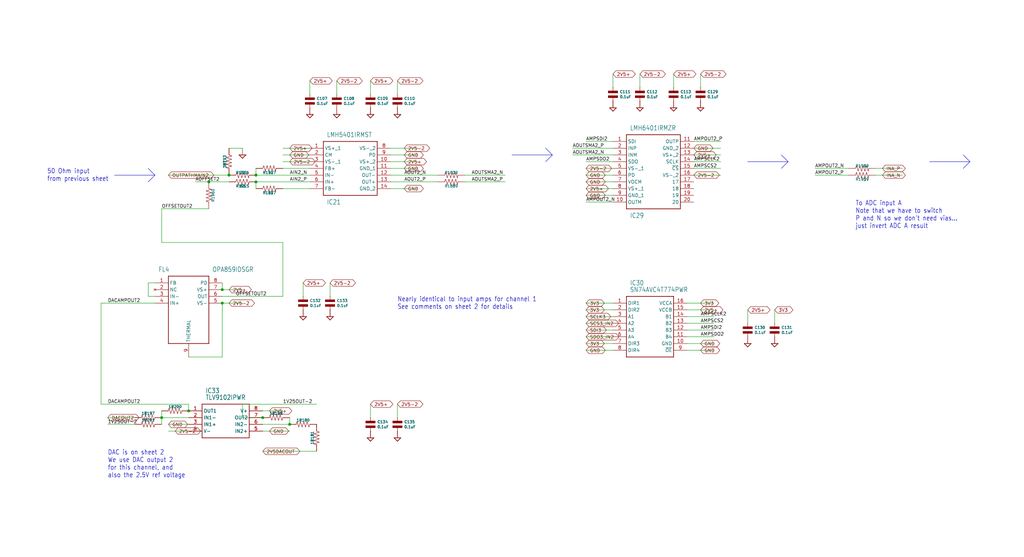
<source format=kicad_sch>
(kicad_sch (version 20250114) (generator "eeschema") (generator_version "9.0")
  (paper "User" 386.156 210.007)
  (lib_symbols
    (symbol "haasoscope_pro_adc_fpga_board-eagle-import:CAPACITOR_NP_0402"
      (property "Reference" "C" (at 2.54 1.524 0))
      (symbol "CAPACITOR_NP_0402_1_0"
        (rectangle (start -1.778 0.508) (end 1.778 1.27) (fill (type outline)))
        (rectangle (start -1.778 -1.27) (end 1.778 -0.508) (fill (type outline)))
        (polyline (pts (xy 0 2.54) (xy 0 1.016)) (stroke (width 0.1524)))
        (polyline (pts (xy 0 -2.54) (xy 0 -1.016)) (stroke (width 0.1524)))
        (pin passive line (at 0 2.54 270) (length 0) (name "P$1") (number "P$1"))
        (pin passive line (at 0 -2.54 90) (length 0) (name "P$2") (number "P$2"))
      )
    )
    (symbol "haasoscope_pro_adc_fpga_board-eagle-import:LMH5401IRMST"
      (property "Reference" "IC" (at 26.67 7.62 0))
      (symbol "LMH5401IRMST_1_0"
        (polyline (pts (xy 5.08 2.54) (xy 5.08 -17.78)) (stroke (width 0.254)))
        (polyline (pts (xy 5.08 2.54) (xy 25.4 2.54)) (stroke (width 0.254)))
        (polyline (pts (xy 25.4 -17.78) (xy 5.08 -17.78)) (stroke (width 0.254)))
        (polyline (pts (xy 25.4 -17.78) (xy 25.4 2.54)) (stroke (width 0.254)))
        (pin bidirectional line (at 0 0 0) (length 5.08) (name "VS+_1") (number "1"))
        (pin bidirectional line (at 0 -2.54 0) (length 5.08) (name "CM") (number "2"))
        (pin bidirectional line (at 0 -5.08 0) (length 5.08) (name "VS-_1") (number "3"))
        (pin bidirectional line (at 0 -7.62 0) (length 5.08) (name "FB+") (number "4"))
        (pin bidirectional line (at 0 -10.16 0) (length 5.08) (name "IN-") (number "5"))
        (pin bidirectional line (at 0 -12.7 0) (length 5.08) (name "IN+") (number "6"))
        (pin bidirectional line (at 0 -15.24 0) (length 5.08) (name "FB-") (number "7"))
        (pin bidirectional line (at 30.48 0 180) (length 5.08) (name "VS-_2") (number "8"))
        (pin bidirectional line (at 30.48 -2.54 180) (length 5.08) (name "PD") (number "9"))
        (pin bidirectional line (at 30.48 -5.08 180) (length 5.08) (name "VS+_2") (number "10"))
        (pin bidirectional line (at 30.48 -7.62 180) (length 5.08) (name "GND_1") (number "11"))
        (pin bidirectional line (at 30.48 -10.16 180) (length 5.08) (name "OUT-") (number "12"))
        (pin bidirectional line (at 30.48 -12.7 180) (length 5.08) (name "OUT+") (number "13"))
        (pin bidirectional line (at 30.48 -15.24 180) (length 5.08) (name "GND_2") (number "14"))
      )
    )
    (symbol "haasoscope_pro_adc_fpga_board-eagle-import:LMH6401IRMZR"
      (property "Reference" "IC" (at 26.67 7.62 0))
      (symbol "LMH6401IRMZR_1_0"
        (polyline (pts (xy 5.08 2.54) (xy 5.08 -25.4)) (stroke (width 0.254)))
        (polyline (pts (xy 5.08 2.54) (xy 25.4 2.54)) (stroke (width 0.254)))
        (polyline (pts (xy 25.4 -25.4) (xy 5.08 -25.4)) (stroke (width 0.254)))
        (polyline (pts (xy 25.4 -25.4) (xy 25.4 2.54)) (stroke (width 0.254)))
        (pin bidirectional line (at 0 0 0) (length 5.08) (name "SDI") (number "1"))
        (pin bidirectional line (at 0 -2.54 0) (length 5.08) (name "INP") (number "2"))
        (pin bidirectional line (at 0 -5.08 0) (length 5.08) (name "INM") (number "3"))
        (pin bidirectional line (at 0 -7.62 0) (length 5.08) (name "SDO") (number "4"))
        (pin bidirectional line (at 0 -10.16 0) (length 5.08) (name "VS-_1") (number "5"))
        (pin bidirectional line (at 0 -12.7 0) (length 5.08) (name "PD") (number "6"))
        (pin bidirectional line (at 0 -15.24 0) (length 5.08) (name "VOCM") (number "7"))
        (pin bidirectional line (at 0 -17.78 0) (length 5.08) (name "VS+_1") (number "8"))
        (pin bidirectional line (at 0 -20.32 0) (length 5.08) (name "GND_1") (number "9"))
        (pin bidirectional line (at 0 -22.86 0) (length 5.08) (name "OUTM") (number "10"))
        (pin bidirectional line (at 30.48 0 180) (length 5.08) (name "OUTP") (number "11"))
        (pin bidirectional line (at 30.48 -2.54 180) (length 5.08) (name "GND_2") (number "12"))
        (pin bidirectional line (at 30.48 -5.08 180) (length 5.08) (name "VS+_2") (number "13"))
        (pin bidirectional line (at 30.48 -7.62 180) (length 5.08) (name "SCLK") (number "14"))
        (pin bidirectional line (at 30.48 -10.16 180) (length 5.08) (name "~{CS}") (number "15"))
        (pin bidirectional line (at 30.48 -12.7 180) (length 5.08) (name "VS-_2") (number "16"))
        (pin bidirectional line (at 30.48 -15.24 180) (length 5.08) (name "17") (number "17"))
        (pin bidirectional line (at 30.48 -17.78 180) (length 5.08) (name "18") (number "18"))
        (pin bidirectional line (at 30.48 -20.32 180) (length 5.08) (name "19") (number "19"))
        (pin bidirectional line (at 30.48 -22.86 180) (length 5.08) (name "20") (number "20"))
      )
    )
    (symbol "haasoscope_pro_adc_fpga_board-eagle-import:MF_Passives_RESISTOR_0402"
      (property "Reference" "R" (at 2.54 1.524 0))
      (symbol "MF_Passives_RESISTOR_0402_1_0"
        (polyline (pts (xy -1.016 1.524) (xy 1.016 0.889)) (stroke (width 0.1524)))
        (polyline (pts (xy -1.016 0.254) (xy 1.016 -0.381)) (stroke (width 0.1524)))
        (polyline (pts (xy -1.016 -1.016) (xy 1.016 -1.651)) (stroke (width 0.1524)))
        (polyline (pts (xy -1.016 -2.286) (xy 0 -2.54)) (stroke (width 0.1524)))
        (polyline (pts (xy 0 2.54) (xy 1.016 2.159)) (stroke (width 0.1524)))
        (polyline (pts (xy 1.016 2.159) (xy -1.016 1.524)) (stroke (width 0.1524)))
        (polyline (pts (xy 1.016 0.889) (xy -1.016 0.254)) (stroke (width 0.1524)))
        (polyline (pts (xy 1.016 -0.381) (xy -1.016 -1.016)) (stroke (width 0.1524)))
        (polyline (pts (xy 1.016 -1.651) (xy -1.016 -2.286)) (stroke (width 0.1524)))
        (pin passive line (at 0 5.08 270) (length 2.54) (name "P$1") (number "P$1"))
        (pin passive line (at 0 -5.08 90) (length 2.54) (name "P$2") (number "P$2"))
      )
    )
    (symbol "haasoscope_pro_adc_fpga_board-eagle-import:OPA859IDSGR"
      (property "Reference" "FL" (at 21.59 7.62 0))
      (symbol "OPA859IDSGR_1_0"
        (polyline (pts (xy 5.08 2.54) (xy 5.08 -22.86)) (stroke (width 0.254)))
        (polyline (pts (xy 5.08 2.54) (xy 20.32 2.54)) (stroke (width 0.254)))
        (polyline (pts (xy 20.32 -22.86) (xy 5.08 -22.86)) (stroke (width 0.254)))
        (polyline (pts (xy 20.32 -22.86) (xy 20.32 2.54)) (stroke (width 0.254)))
        (pin input line (at 0 0 0) (length 5.08) (name "FB") (number "1"))
        (pin no_connect line (at 0 -2.54 0) (length 5.08) (name "NC") (number "2"))
        (pin input line (at 0 -5.08 0) (length 5.08) (name "IN-") (number "3"))
        (pin input line (at 0 -7.62 0) (length 5.08) (name "IN+") (number "4"))
        (pin bidirectional line (at 12.7 -27.94 90) (length 5.08) (name "THERMAL") (number "9"))
        (pin input line (at 25.4 0 180) (length 5.08) (name "PD") (number "8"))
        (pin power_in line (at 25.4 -2.54 180) (length 5.08) (name "VS+") (number "7"))
        (pin output line (at 25.4 -5.08 180) (length 5.08) (name "OUT") (number "6"))
        (pin power_in line (at 25.4 -7.62 180) (length 5.08) (name "VS-") (number "5"))
      )
    )
    (symbol "haasoscope_pro_adc_fpga_board-eagle-import:SN74AVC4T774PWR"
      (property "Reference" "IC" (at 24.13 7.62 0))
      (symbol "SN74AVC4T774PWR_1_0"
        (polyline (pts (xy 5.08 2.54) (xy 5.08 -20.32)) (stroke (width 0.254)))
        (polyline (pts (xy 5.08 2.54) (xy 22.86 2.54)) (stroke (width 0.254)))
        (polyline (pts (xy 22.86 -20.32) (xy 5.08 -20.32)) (stroke (width 0.254)))
        (polyline (pts (xy 22.86 -20.32) (xy 22.86 2.54)) (stroke (width 0.254)))
        (pin bidirectional line (at 0 0 0) (length 5.08) (name "DIR1") (number "1"))
        (pin bidirectional line (at 0 -2.54 0) (length 5.08) (name "DIR2") (number "2"))
        (pin bidirectional line (at 0 -5.08 0) (length 5.08) (name "A1") (number "3"))
        (pin bidirectional line (at 0 -7.62 0) (length 5.08) (name "A2") (number "4"))
        (pin bidirectional line (at 0 -10.16 0) (length 5.08) (name "A3") (number "5"))
        (pin bidirectional line (at 0 -12.7 0) (length 5.08) (name "A4") (number "6"))
        (pin bidirectional line (at 0 -15.24 0) (length 5.08) (name "DIR3") (number "7"))
        (pin bidirectional line (at 0 -17.78 0) (length 5.08) (name "DIR4") (number "8"))
        (pin bidirectional line (at 27.94 0 180) (length 5.08) (name "VCCA") (number "16"))
        (pin bidirectional line (at 27.94 -2.54 180) (length 5.08) (name "VCCB") (number "15"))
        (pin bidirectional line (at 27.94 -5.08 180) (length 5.08) (name "B1") (number "14"))
        (pin bidirectional line (at 27.94 -7.62 180) (length 5.08) (name "B2") (number "13"))
        (pin bidirectional line (at 27.94 -10.16 180) (length 5.08) (name "B3") (number "12"))
        (pin bidirectional line (at 27.94 -12.7 180) (length 5.08) (name "B4") (number "11"))
        (pin bidirectional line (at 27.94 -15.24 180) (length 5.08) (name "GND") (number "10"))
        (pin bidirectional line (at 27.94 -17.78 180) (length 5.08) (name "~{OE}") (number "9"))
      )
    )
    (symbol "haasoscope_pro_adc_fpga_board-eagle-import:TLV9102IPWR"
      (property "Reference" "IC" (at 24.13 7.62 0))
      (symbol "TLV9102IPWR_1_0"
        (polyline (pts (xy 5.08 2.54) (xy 5.08 -10.16)) (stroke (width 0.254)))
        (polyline (pts (xy 5.08 2.54) (xy 22.86 2.54)) (stroke (width 0.254)))
        (polyline (pts (xy 22.86 -10.16) (xy 5.08 -10.16)) (stroke (width 0.254)))
        (polyline (pts (xy 22.86 -10.16) (xy 22.86 2.54)) (stroke (width 0.254)))
        (pin bidirectional line (at 0 0 0) (length 5.08) (name "OUT1") (number "1"))
        (pin bidirectional line (at 0 -2.54 0) (length 5.08) (name "IN1-") (number "2"))
        (pin bidirectional line (at 0 -5.08 0) (length 5.08) (name "IN1+") (number "3"))
        (pin bidirectional line (at 0 -7.62 0) (length 5.08) (name "V-") (number "4"))
        (pin bidirectional line (at 27.94 0 180) (length 5.08) (name "V+") (number "8"))
        (pin bidirectional line (at 27.94 -2.54 180) (length 5.08) (name "OUT2") (number "7"))
        (pin bidirectional line (at 27.94 -5.08 180) (length 5.08) (name "IN2-") (number "6"))
        (pin bidirectional line (at 27.94 -7.62 180) (length 5.08) (name "IN2+") (number "5"))
      )
    )
    (symbol "haasoscope_pro_adc_fpga_board-eagle-import:supply2_GND" (power)
      (symbol "supply2_GND_1_0"
        (polyline (pts (xy -1.27 0) (xy 1.27 0)) (stroke (width 0.254)))
        (polyline (pts (xy 0 -1.27) (xy -1.27 0)) (stroke (width 0.254)))
        (polyline (pts (xy 1.27 0) (xy 0 -1.27)) (stroke (width 0.254)))
        (pin power_in line (at 0 2.54 270) (length 2.54) (name "GND") (number "1"))
      )
    )
  )
  (text "To ADC input A\nNote that we have to switch\nP and N so we don't need vias...\njust invert ADC A result" (at 322.58 86.36 0) (effects (font (size 1.778 1.5113)) (justify left bottom)))
  (text "DAC is on sheet 2\nWe use DAC output 2\nfor this channel, and\nalso the 2.5V ref voltage" (at 40.64 180.34 0) (effects (font (size 1.778 1.5113)) (justify left bottom)))
  (text "50 Ohm input\nfrom previous sheet" (at 17.78 68.58 0) (effects (font (size 1.778 1.5113)) (justify left bottom)))
  (text "Nearly identical to input amps for channel 1\nSee comments on sheet 2 for details" (at 149.86 116.84 0) (effects (font (size 1.778 1.5113)) (justify left bottom)))
  (junction (at 83.82 109.22))
  (junction (at 96.52 68.58))
  (junction (at 71.12 154.94))
  (junction (at 109.22 160.02))
  (junction (at 96.52 66.04))
  (junction (at 86.36 66.04))
  (junction (at 99.06 157.48))
  (junction (at 78.74 68.58))
  (junction (at 60.96 157.48))
  (junction (at 83.82 114.3))
  (wire (pts (xy 99.06 154.94) (xy 106.68 154.94)) (stroke (width 0.1524)))
  (wire (pts (xy 116.84 58.42) (xy 106.68 58.42)) (stroke (width 0.1524)))
  (polyline (pts (xy 297.18 60.96) (xy 294.64 63.5)) (stroke (width 0.1524) (type solid)))
  (wire (pts (xy 124.46 111.76) (xy 124.46 106.68)) (stroke (width 0.1524)))
  (wire (pts (xy 149.86 35.56) (xy 149.86 30.48)) (stroke (width 0.1524)))
  (wire (pts (xy 60.96 157.48) (xy 60.96 160.02)) (stroke (width 0.1524)))
  (wire (pts (xy 99.06 160.02) (xy 109.22 160.02)) (stroke (width 0.1524)))
  (polyline (pts (xy 294.64 58.42) (xy 297.18 60.96)) (stroke (width 0.1524) (type solid)))
  (wire (pts (xy 71.12 160.02) (xy 63.5 160.02)) (stroke (width 0.1524)))
  (wire (pts (xy 231.14 60.96) (xy 220.98 60.96)) (stroke (width 0.1524)))
  (wire (pts (xy 119.38 170.18) (xy 99.06 170.18)) (stroke (width 0.1524)))
  (wire (pts (xy 149.86 157.48) (xy 149.86 152.4)) (stroke (width 0.1524)))
  (wire (pts (xy 231.14 76.2) (xy 220.98 76.2)) (stroke (width 0.1524)))
  (wire (pts (xy 96.52 68.58) (xy 96.52 71.12)) (stroke (width 0.1524)))
  (polyline (pts (xy 365.76 60.96) (xy 363.22 63.5)) (stroke (width 0.1524) (type solid)))
  (wire (pts (xy 106.68 111.76) (xy 106.68 91.44)) (stroke (width 0.1524)))
  (wire (pts (xy 231.14 63.5) (xy 220.98 63.5)) (stroke (width 0.1524)))
  (wire (pts (xy 271.78 58.42) (xy 261.62 58.42)) (stroke (width 0.1524)))
  (wire (pts (xy 259.08 124.46) (xy 269.24 124.46)) (stroke (width 0.1524)))
  (wire (pts (xy 261.62 66.04) (xy 271.78 66.04)) (stroke (width 0.1524)))
  (wire (pts (xy 231.14 116.84) (xy 220.98 116.84)) (stroke (width 0.1524)))
  (wire (pts (xy 83.82 106.68) (xy 83.82 109.22)) (stroke (width 0.1524)))
  (wire (pts (xy 241.3 33.02) (xy 241.3 27.94)) (stroke (width 0.1524)))
  (wire (pts (xy 109.22 157.48) (xy 109.22 160.02)) (stroke (width 0.1524)))
  (wire (pts (xy 58.42 114.3) (xy 38.1 114.3)) (stroke (width 0.1524)))
  (wire (pts (xy 254 33.02) (xy 254 27.94)) (stroke (width 0.1524)))
  (wire (pts (xy 271.78 55.88) (xy 261.62 55.88)) (stroke (width 0.1524)))
  (wire (pts (xy 147.32 60.96) (xy 157.48 60.96)) (stroke (width 0.1524)))
  (wire (pts (xy 231.14 33.02) (xy 231.14 27.94)) (stroke (width 0.1524)))
  (wire (pts (xy 259.08 114.3) (xy 269.24 114.3)) (stroke (width 0.1524)))
  (wire (pts (xy 83.82 109.22) (xy 91.44 109.22)) (stroke (width 0.1524)))
  (wire (pts (xy 71.12 134.62) (xy 83.82 134.62)) (stroke (width 0.1524)))
  (wire (pts (xy 139.7 35.56) (xy 139.7 30.48)) (stroke (width 0.1524)))
  (wire (pts (xy 231.14 53.34) (xy 220.98 53.34)) (stroke (width 0.1524)))
  (wire (pts (xy 175.26 68.58) (xy 190.5 68.58)) (stroke (width 0.1524)))
  (wire (pts (xy 78.74 78.74) (xy 60.96 78.74)) (stroke (width 0.1524)))
  (wire (pts (xy 281.94 121.92) (xy 281.94 116.84)) (stroke (width 0.1524)))
  (polyline (pts (xy 193.04 58.42) (xy 208.28 58.42)) (stroke (width 0.1524) (type solid)))
  (wire (pts (xy 231.14 55.88) (xy 215.9 55.88)) (stroke (width 0.1524)))
  (wire (pts (xy 231.14 71.12) (xy 220.98 71.12)) (stroke (width 0.1524)))
  (wire (pts (xy 91.44 55.88) (xy 86.36 55.88)) (stroke (width 0.1524)))
  (wire (pts (xy 147.32 55.88) (xy 157.48 55.88)) (stroke (width 0.1524)))
  (wire (pts (xy 116.84 68.58) (xy 96.52 68.58)) (stroke (width 0.1524)))
  (polyline (pts (xy 43.18 66.04) (xy 58.42 66.04)) (stroke (width 0.1524) (type solid)))
  (wire (pts (xy 71.12 162.56) (xy 63.5 162.56)) (stroke (width 0.1524)))
  (wire (pts (xy 71.12 154.94) (xy 71.12 152.4)) (stroke (width 0.1524)))
  (wire (pts (xy 86.36 68.58) (xy 78.74 68.58)) (stroke (width 0.1524)))
  (wire (pts (xy 83.82 134.62) (xy 83.82 114.3)) (stroke (width 0.1524)))
  (wire (pts (xy 292.1 121.92) (xy 292.1 116.84)) (stroke (width 0.1524)))
  (wire (pts (xy 271.78 53.34) (xy 261.62 53.34)) (stroke (width 0.1524)))
  (polyline (pts (xy 350.52 60.96) (xy 365.76 60.96)) (stroke (width 0.1524) (type solid)))
  (wire (pts (xy 320.04 66.04) (xy 307.34 66.04)) (stroke (width 0.1524)))
  (wire (pts (xy 91.44 152.4) (xy 119.38 152.4)) (stroke (width 0.1524)))
  (wire (pts (xy 231.14 68.58) (xy 220.98 68.58)) (stroke (width 0.1524)))
  (wire (pts (xy 83.82 111.76) (xy 106.68 111.76)) (stroke (width 0.1524)))
  (wire (pts (xy 231.14 124.46) (xy 220.98 124.46)) (stroke (width 0.1524)))
  (wire (pts (xy 147.32 63.5) (xy 157.48 63.5)) (stroke (width 0.1524)))
  (wire (pts (xy 127 35.56) (xy 127 30.48)) (stroke (width 0.1524)))
  (polyline (pts (xy 208.28 58.42) (xy 205.74 60.96)) (stroke (width 0.1524) (type solid)))
  (wire (pts (xy 231.14 132.08) (xy 220.98 132.08)) (stroke (width 0.1524)))
  (wire (pts (xy 259.08 119.38) (xy 269.24 119.38)) (stroke (width 0.1524)))
  (wire (pts (xy 99.06 162.56) (xy 109.22 162.56)) (stroke (width 0.1524)))
  (wire (pts (xy 330.2 66.04) (xy 340.36 66.04)) (stroke (width 0.1524)))
  (polyline (pts (xy 58.42 66.04) (xy 55.88 68.58)) (stroke (width 0.1524) (type solid)))
  (wire (pts (xy 271.78 63.5) (xy 261.62 63.5)) (stroke (width 0.1524)))
  (wire (pts (xy 38.1 114.3) (xy 38.1 152.4)) (stroke (width 0.1524)))
  (wire (pts (xy 220.98 127) (xy 231.14 127)) (stroke (width 0.1524)))
  (wire (pts (xy 231.14 114.3) (xy 220.98 114.3)) (stroke (width 0.1524)))
  (wire (pts (xy 259.08 127) (xy 269.24 127)) (stroke (width 0.1524)))
  (wire (pts (xy 71.12 152.4) (xy 38.1 152.4)) (stroke (width 0.1524)))
  (wire (pts (xy 116.84 35.56) (xy 116.84 30.48)) (stroke (width 0.1524)))
  (wire (pts (xy 231.14 73.66) (xy 220.98 73.66)) (stroke (width 0.1524)))
  (wire (pts (xy 139.7 157.48) (xy 139.7 152.4)) (stroke (width 0.1524)))
  (wire (pts (xy 231.14 119.38) (xy 220.98 119.38)) (stroke (width 0.1524)))
  (wire (pts (xy 259.08 129.54) (xy 269.24 129.54)) (stroke (width 0.1524)))
  (wire (pts (xy 116.84 63.5) (xy 106.68 63.5)) (stroke (width 0.1524)))
  (wire (pts (xy 91.44 157.48) (xy 91.44 152.4)) (stroke (width 0.1524)))
  (wire (pts (xy 58.42 106.68) (xy 55.88 106.68)) (stroke (width 0.1524)))
  (wire (pts (xy 86.36 66.04) (xy 63.5 66.04)) (stroke (width 0.1524)))
  (wire (pts (xy 320.04 63.5) (xy 307.34 63.5)) (stroke (width 0.1524)))
  (wire (pts (xy 231.14 66.04) (xy 220.98 66.04)) (stroke (width 0.1524)))
  (wire (pts (xy 271.78 60.96) (xy 261.62 60.96)) (stroke (width 0.1524)))
  (wire (pts (xy 60.96 91.44) (xy 60.96 78.74)) (stroke (width 0.1524)))
  (wire (pts (xy 91.44 114.3) (xy 83.82 114.3)) (stroke (width 0.1524)))
  (wire (pts (xy 106.68 91.44) (xy 60.96 91.44)) (stroke (width 0.1524)))
  (wire (pts (xy 50.8 157.48) (xy 40.64 157.48)) (stroke (width 0.1524)))
  (polyline (pts (xy 363.22 58.42) (xy 365.76 60.96)) (stroke (width 0.1524) (type solid)))
  (wire (pts (xy 259.08 132.08) (xy 269.24 132.08)) (stroke (width 0.1524)))
  (wire (pts (xy 259.08 116.84) (xy 269.24 116.84)) (stroke (width 0.1524)))
  (wire (pts (xy 96.52 66.04) (xy 96.52 63.5)) (stroke (width 0.1524)))
  (wire (pts (xy 50.8 160.02) (xy 40.64 160.02)) (stroke (width 0.1524)))
  (wire (pts (xy 147.32 68.58) (xy 165.1 68.58)) (stroke (width 0.1524)))
  (wire (pts (xy 99.06 157.48) (xy 91.44 157.48)) (stroke (width 0.1524)))
  (polyline (pts (xy 205.74 55.88) (xy 208.28 58.42)) (stroke (width 0.1524) (type solid)))
  (wire (pts (xy 71.12 157.48) (xy 60.96 157.48)) (stroke (width 0.1524)))
  (wire (pts (xy 55.88 111.76) (xy 58.42 111.76)) (stroke (width 0.1524)))
  (polyline (pts (xy 55.88 63.5) (xy 58.42 66.04)) (stroke (width 0.1524) (type solid)))
  (wire (pts (xy 220.98 121.92) (xy 231.14 121.92)) (stroke (width 0.1524)))
  (wire (pts (xy 330.2 63.5) (xy 340.36 63.5)) (stroke (width 0.1524)))
  (wire (pts (xy 78.74 68.58) (xy 73.66 68.58)) (stroke (width 0.1524)))
  (wire (pts (xy 147.32 71.12) (xy 157.48 71.12)) (stroke (width 0.1524)))
  (wire (pts (xy 116.84 55.88) (xy 106.68 55.88)) (stroke (width 0.1524)))
  (wire (pts (xy 259.08 121.92) (xy 269.24 121.92)) (stroke (width 0.1524)))
  (polyline (pts (xy 281.94 60.96) (xy 297.18 60.96)) (stroke (width 0.1524) (type solid)))
  (wire (pts (xy 264.16 33.02) (xy 264.16 27.94)) (stroke (width 0.1524)))
  (wire (pts (xy 147.32 66.04) (xy 165.1 66.04)) (stroke (width 0.1524)))
  (wire (pts (xy 116.84 60.96) (xy 106.68 60.96)) (stroke (width 0.1524)))
  (wire (pts (xy 116.84 71.12) (xy 106.68 71.12)) (stroke (width 0.1524)))
  (wire (pts (xy 55.88 106.68) (xy 55.88 111.76)) (stroke (width 0.1524)))
  (wire (pts (xy 215.9 58.42) (xy 231.14 58.42)) (stroke (width 0.1524)))
  (wire (pts (xy 116.84 66.04) (xy 96.52 66.04)) (stroke (width 0.1524)))
  (wire (pts (xy 60.96 154.94) (xy 60.96 157.48)) (stroke (width 0.1524)))
  (wire (pts (xy 231.14 129.54) (xy 220.98 129.54)) (stroke (width 0.1524)))
  (wire (pts (xy 147.32 58.42) (xy 157.48 58.42)) (stroke (width 0.1524)))
  (wire (pts (xy 114.3 111.76) (xy 114.3 106.68)) (stroke (width 0.1524)))
  (wire (pts (xy 175.26 66.04) (xy 190.5 66.04)) (stroke (width 0.1524)))
  (label "OFFSETOUT2" (at 88.9 111.76 0) (effects (font (size 1.2446 1.2446))))
  (label "AMPSCLK2" (at 264.16 119.38 0) (effects (font (size 1.2446 1.2446))))
  (label "AOUTSMA2_P" (at 215.9 55.88 0) (effects (font (size 1.2446 1.2446))))
  (label "AMPSDI2" (at 220.98 53.34 0) (effects (font (size 1.2446 1.2446))))
  (label "1V25OUT-2" (at 106.68 152.4 0) (effects (font (size 1.2446 1.2446))))
  (label "AOUTSMA2_N" (at 177.8 66.04 0) (effects (font (size 1.2446 1.2446))))
  (label "AMPSCS2" (at 264.16 121.92 0) (effects (font (size 1.2446 1.2446))))
  (label "OFFSETOUT2" (at 60.96 78.74 0) (effects (font (size 1.2446 1.2446))))
  (label "DACAMPOUT2" (at 40.64 152.4 0) (effects (font (size 1.2446 1.2446))))
  (label "AOFFSET2" (at 73.66 68.58 0) (effects (font (size 1.2446 1.2446))))
  (label "AMPSCLK2" (at 261.62 60.96 0) (effects (font (size 1.2446 1.2446))))
  (label "1V25OUT-2" (at 40.64 160.02 0) (effects (font (size 1.2446 1.2446))))
  (label "AMPOUT2_N" (at 307.34 63.5 0) (effects (font (size 1.2446 1.2446))))
  (label "AOUTSMA2_N" (at 215.9 58.42 0) (effects (font (size 1.2446 1.2446))))
  (label "AOUT2_P" (at 152.4 68.58 0) (effects (font (size 1.2446 1.2446))))
  (label "AOUTSMA2_P" (at 177.8 68.58 0) (effects (font (size 1.2446 1.2446))))
  (label "AIN2_N" (at 109.22 66.04 0) (effects (font (size 1.2446 1.2446))))
  (label "AIN2_P" (at 109.22 68.58 0) (effects (font (size 1.2446 1.2446))))
  (label "AMPOUT2_P" (at 261.62 53.34 0) (effects (font (size 1.2446 1.2446))))
  (label "AOUT2_N" (at 152.4 66.04 0) (effects (font (size 1.2446 1.2446))))
  (label "AMPOUT2_P" (at 307.34 66.04 0) (effects (font (size 1.2446 1.2446))))
  (label "AMPOUT2_N" (at 220.98 76.2 0) (effects (font (size 1.2446 1.2446))))
  (label "AMPSDI2" (at 264.16 124.46 0) (effects (font (size 1.2446 1.2446))))
  (label "DACAMPOUT2" (at 40.64 114.3 0) (effects (font (size 1.2446 1.2446))))
  (label "AMPSCS2" (at 261.62 63.5 0) (effects (font (size 1.2446 1.2446))))
  (label "AMPSDO2" (at 264.16 127 0) (effects (font (size 1.2446 1.2446))))
  (label "AMPSDO2" (at 220.98 60.96 0) (effects (font (size 1.2446 1.2446))))
  (global_label "GND" (shape bidirectional) (at 220.98 66.04 0) (effects (font (size 1.2446 1.2446))) (property "Intersheetrefs" "${INTERSHEET_REFS}" (effects (hide yes))))
  (global_label "GND" (shape bidirectional) (at 63.5 160.02 0) (effects (font (size 1.2446 1.2446))) (property "Intersheetrefs" "${INTERSHEET_REFS}" (effects (hide yes))))
  (global_label "GND" (shape bidirectional) (at 220.98 132.08 0) (effects (font (size 1.2446 1.2446))) (property "Intersheetrefs" "${INTERSHEET_REFS}" (effects (hide yes))))
  (global_label "SCLK3" (shape bidirectional) (at 220.98 119.38 0) (effects (font (size 1.2446 1.2446))) (property "Intersheetrefs" "${INTERSHEET_REFS}" (effects (hide yes))))
  (global_label "3V3" (shape bidirectional) (at 292.1 116.84 0) (effects (font (size 1.2446 1.2446))) (property "Intersheetrefs" "${INTERSHEET_REFS}" (effects (hide yes))))
  (global_label "2V5-2" (shape bidirectional) (at 152.4 55.88 0) (effects (font (size 1.2446 1.2446))) (property "Intersheetrefs" "${INTERSHEET_REFS}" (effects (hide yes))))
  (global_label "2V5+" (shape bidirectional) (at 220.98 71.12 0) (effects (font (size 1.2446 1.2446))) (property "Intersheetrefs" "${INTERSHEET_REFS}" (effects (hide yes))))
  (global_label "GND" (shape bidirectional) (at 152.4 71.12 0) (effects (font (size 1.2446 1.2446))) (property "Intersheetrefs" "${INTERSHEET_REFS}" (effects (hide yes))))
  (global_label "GND" (shape bidirectional) (at 220.98 73.66 0) (effects (font (size 1.2446 1.2446))) (property "Intersheetrefs" "${INTERSHEET_REFS}" (effects (hide yes))))
  (global_label "2V5+" (shape bidirectional) (at 264.16 116.84 0) (effects (font (size 1.2446 1.2446))) (property "Intersheetrefs" "${INTERSHEET_REFS}" (effects (hide yes))))
  (global_label "2V5+" (shape bidirectional) (at 101.6 154.94 0) (effects (font (size 1.2446 1.2446))) (property "Intersheetrefs" "${INTERSHEET_REFS}" (effects (hide yes))))
  (global_label "2V5-2" (shape bidirectional) (at 66.04 162.56 0) (effects (font (size 1.2446 1.2446))) (property "Intersheetrefs" "${INTERSHEET_REFS}" (effects (hide yes))))
  (global_label "GND" (shape bidirectional) (at 101.6 162.56 0) (effects (font (size 1.2446 1.2446))) (property "Intersheetrefs" "${INTERSHEET_REFS}" (effects (hide yes))))
  (global_label "GND" (shape bidirectional) (at 220.98 68.58 0) (effects (font (size 1.2446 1.2446))) (property "Intersheetrefs" "${INTERSHEET_REFS}" (effects (hide yes))))
  (global_label "2V5+" (shape bidirectional) (at 231.14 27.94 0) (effects (font (size 1.2446 1.2446))) (property "Intersheetrefs" "${INTERSHEET_REFS}" (effects (hide yes))))
  (global_label "SCS3_IN2" (shape bidirectional) (at 220.98 121.92 0) (effects (font (size 1.2446 1.2446))) (property "Intersheetrefs" "${INTERSHEET_REFS}" (effects (hide yes))))
  (global_label "2V5-2" (shape bidirectional) (at 241.3 27.94 0) (effects (font (size 1.2446 1.2446))) (property "Intersheetrefs" "${INTERSHEET_REFS}" (effects (hide yes))))
  (global_label "GND" (shape bidirectional) (at 261.62 55.88 0) (effects (font (size 1.2446 1.2446))) (property "Intersheetrefs" "${INTERSHEET_REFS}" (effects (hide yes))))
  (global_label "2V5-2" (shape bidirectional) (at 261.62 66.04 0) (effects (font (size 1.2446 1.2446))) (property "Intersheetrefs" "${INTERSHEET_REFS}" (effects (hide yes))))
  (global_label "2V5-2" (shape bidirectional) (at 149.86 152.4 0) (effects (font (size 1.2446 1.2446))) (property "Intersheetrefs" "${INTERSHEET_REFS}" (effects (hide yes))))
  (global_label "2V5+" (shape bidirectional) (at 152.4 60.96 0) (effects (font (size 1.2446 1.2446))) (property "Intersheetrefs" "${INTERSHEET_REFS}" (effects (hide yes))))
  (global_label "3V3" (shape bidirectional) (at 264.16 114.3 0) (effects (font (size 1.2446 1.2446))) (property "Intersheetrefs" "${INTERSHEET_REFS}" (effects (hide yes))))
  (global_label "2V5+" (shape bidirectional) (at 139.7 152.4 0) (effects (font (size 1.2446 1.2446))) (property "Intersheetrefs" "${INTERSHEET_REFS}" (effects (hide yes))))
  (global_label "2V5DACOUT" (shape bidirectional) (at 99.06 170.18 0) (effects (font (size 1.2446 1.2446))) (property "Intersheetrefs" "${INTERSHEET_REFS}" (effects (hide yes))))
  (global_label "GND" (shape bidirectional) (at 264.16 129.54 0) (effects (font (size 1.2446 1.2446))) (property "Intersheetrefs" "${INTERSHEET_REFS}" (effects (hide yes))))
  (global_label "GND" (shape bidirectional) (at 152.4 63.5 0) (effects (font (size 1.2446 1.2446))) (property "Intersheetrefs" "${INTERSHEET_REFS}" (effects (hide yes))))
  (global_label "DACOUT2" (shape bidirectional) (at 40.64 157.48 0) (effects (font (size 1.2446 1.2446))) (property "Intersheetrefs" "${INTERSHEET_REFS}" (effects (hide yes))))
  (global_label "2V5-2" (shape bidirectional) (at 220.98 63.5 0) (effects (font (size 1.2446 1.2446))) (property "Intersheetrefs" "${INTERSHEET_REFS}" (effects (hide yes))))
  (global_label "2V5-2" (shape bidirectional) (at 264.16 27.94 0) (effects (font (size 1.2446 1.2446))) (property "Intersheetrefs" "${INTERSHEET_REFS}" (effects (hide yes))))
  (global_label "2V5-2" (shape bidirectional) (at 149.86 30.48 0) (effects (font (size 1.2446 1.2446))) (property "Intersheetrefs" "${INTERSHEET_REFS}" (effects (hide yes))))
  (global_label "2V5+" (shape bidirectional) (at 114.3 106.68 0) (effects (font (size 1.2446 1.2446))) (property "Intersheetrefs" "${INTERSHEET_REFS}" (effects (hide yes))))
  (global_label "GND" (shape bidirectional) (at 109.22 58.42 0) (effects (font (size 1.2446 1.2446))) (property "Intersheetrefs" "${INTERSHEET_REFS}" (effects (hide yes))))
  (global_label "3V3" (shape bidirectional) (at 220.98 116.84 0) (effects (font (size 1.2446 1.2446))) (property "Intersheetrefs" "${INTERSHEET_REFS}" (effects (hide yes))))
  (global_label "2V5+" (shape bidirectional) (at 109.22 55.88 0) (effects (font (size 1.2446 1.2446))) (property "Intersheetrefs" "${INTERSHEET_REFS}" (effects (hide yes))))
  (global_label "3V3" (shape bidirectional) (at 220.98 129.54 0) (effects (font (size 1.2446 1.2446))) (property "Intersheetrefs" "${INTERSHEET_REFS}" (effects (hide yes))))
  (global_label "INA_P" (shape bidirectional) (at 332.74 63.5 0) (effects (font (size 1.2446 1.2446))) (property "Intersheetrefs" "${INTERSHEET_REFS}" (effects (hide yes))))
  (global_label "GND" (shape bidirectional) (at 152.4 58.42 0) (effects (font (size 1.2446 1.2446))) (property "Intersheetrefs" "${INTERSHEET_REFS}" (effects (hide yes))))
  (global_label "INA_N" (shape bidirectional) (at 332.74 66.04 0) (effects (font (size 1.2446 1.2446))) (property "Intersheetrefs" "${INTERSHEET_REFS}" (effects (hide yes))))
  (global_label "2V5+" (shape bidirectional) (at 139.7 30.48 0) (effects (font (size 1.2446 1.2446))) (property "Intersheetrefs" "${INTERSHEET_REFS}" (effects (hide yes))))
  (global_label "2V5+" (shape bidirectional) (at 254 27.94 0) (effects (font (size 1.2446 1.2446))) (property "Intersheetrefs" "${INTERSHEET_REFS}" (effects (hide yes))))
  (global_label "2V5+" (shape bidirectional) (at 116.84 30.48 0) (effects (font (size 1.2446 1.2446))) (property "Intersheetrefs" "${INTERSHEET_REFS}" (effects (hide yes))))
  (global_label "GND" (shape bidirectional) (at 264.16 132.08 0) (effects (font (size 1.2446 1.2446))) (property "Intersheetrefs" "${INTERSHEET_REFS}" (effects (hide yes))))
  (global_label "SDI3" (shape bidirectional) (at 220.98 124.46 0) (effects (font (size 1.2446 1.2446))) (property "Intersheetrefs" "${INTERSHEET_REFS}" (effects (hide yes))))
  (global_label "OUTPATHMAIN2" (shape bidirectional) (at 63.5 66.04 0) (effects (font (size 1.2446 1.2446))) (property "Intersheetrefs" "${INTERSHEET_REFS}" (effects (hide yes))))
  (global_label "2V5-2" (shape bidirectional) (at 86.36 114.3 0) (effects (font (size 1.2446 1.2446))) (property "Intersheetrefs" "${INTERSHEET_REFS}" (effects (hide yes))))
  (global_label "2V5+" (shape bidirectional) (at 281.94 116.84 0) (effects (font (size 1.2446 1.2446))) (property "Intersheetrefs" "${INTERSHEET_REFS}" (effects (hide yes))))
  (global_label "2V5-2" (shape bidirectional) (at 124.46 106.68 0) (effects (font (size 1.2446 1.2446))) (property "Intersheetrefs" "${INTERSHEET_REFS}" (effects (hide yes))))
  (global_label "2V5-2" (shape bidirectional) (at 109.22 60.96 0) (effects (font (size 1.2446 1.2446))) (property "Intersheetrefs" "${INTERSHEET_REFS}" (effects (hide yes))))
  (global_label "3V3" (shape bidirectional) (at 220.98 114.3 0) (effects (font (size 1.2446 1.2446))) (property "Intersheetrefs" "${INTERSHEET_REFS}" (effects (hide yes))))
  (global_label "2V5+" (shape bidirectional) (at 261.62 58.42 0) (effects (font (size 1.2446 1.2446))) (property "Intersheetrefs" "${INTERSHEET_REFS}" (effects (hide yes))))
  (global_label "SDO3_IN2" (shape bidirectional) (at 220.98 127 0) (effects (font (size 1.2446 1.2446))) (property "Intersheetrefs" "${INTERSHEET_REFS}" (effects (hide yes))))
  (global_label "2V5+" (shape bidirectional) (at 86.36 109.22 0) (effects (font (size 1.2446 1.2446))) (property "Intersheetrefs" "${INTERSHEET_REFS}" (effects (hide yes))))
  (global_label "2V5-2" (shape bidirectional) (at 127 30.48 0) (effects (font (size 1.2446 1.2446))) (property "Intersheetrefs" "${INTERSHEET_REFS}" (effects (hide yes))))
  (symbol (lib_id "haasoscope_pro_adc_fpga_board-eagle-import:LMH6401IRMZR") (at 231.14 53.34 0) (unit 1)
    (property "Reference" "IC29" (at 237.49 81.28 0) (effects (font (size 1.778 1.5113)) (justify left)))
    (property "Value" "LMH6401IRMZR" (at 237.49 48.26 0) (effects (font (size 1.778 1.5113)) (justify left)))
    (property "Footprint" "haasoscope_pro_adc_fpga_board:LMH6401IRMZR" (effects (hide yes)))
  )
  (symbol (lib_id "haasoscope_pro_adc_fpga_board-eagle-import:supply2_GND") (at 254 40.64 0) (unit 1)
    (property "Reference" "#SUPPLY065" (effects (hide yes)))
    (property "Value" "GND" (effects (hide yes)))
  )
  (symbol (lib_id "haasoscope_pro_adc_fpga_board-eagle-import:MF_Passives_RESISTOR_0402") (at 55.88 160.02 270) (unit 1)
    (property "Reference" "R201" (at 58.42 159.004 90) (effects (font (size 1.016 1.016)) (justify right bottom)))
    (property "Value" "1k" (at 53.34 159.004 90) (effects (font (size 1.016 1.016)) (justify left bottom)))
    (property "Footprint" "haasoscope_pro_adc_fpga_board:R0402" (effects (hide yes)))
  )
  (symbol (lib_id "haasoscope_pro_adc_fpga_board-eagle-import:MF_Passives_RESISTOR_0402") (at 91.44 66.04 90) (unit 1)
    (property "Reference" "R192" (at 88.9 64.516 90) (effects (font (size 1.016 1.016)) (justify right bottom)))
    (property "Value" "22.6" (at 93.98 64.516 90) (effects (font (size 1.016 1.016)) (justify left bottom)))
    (property "Footprint" "haasoscope_pro_adc_fpga_board:R0402" (effects (hide yes)))
  )
  (symbol (lib_id "haasoscope_pro_adc_fpga_board-eagle-import:MF_Passives_RESISTOR_0402") (at 170.18 66.04 90) (unit 1)
    (property "Reference" "R187" (at 167.64 64.516 90) (effects (font (size 1.016 1.016)) (justify right bottom)))
    (property "Value" "39" (at 172.72 64.516 90) (effects (font (size 1.016 1.016)) (justify left bottom)))
    (property "Footprint" "haasoscope_pro_adc_fpga_board:R0402" (effects (hide yes)))
  )
  (symbol (lib_id "haasoscope_pro_adc_fpga_board-eagle-import:supply2_GND") (at 127 43.18 0) (unit 1)
    (property "Reference" "#SUPPLY022" (effects (hide yes)))
    (property "Value" "GND" (effects (hide yes)))
  )
  (symbol (lib_id "haasoscope_pro_adc_fpga_board-eagle-import:MF_Passives_RESISTOR_0402") (at 325.12 66.04 90) (unit 1)
    (property "Reference" "R195" (at 322.58 67.056 90) (effects (font (size 1.016 1.016)) (justify right bottom)))
    (property "Value" "39" (at 327.66 67.056 90) (effects (font (size 1.016 1.016)) (justify left bottom)))
    (property "Footprint" "haasoscope_pro_adc_fpga_board:R0402" (effects (hide yes)))
  )
  (symbol (lib_id "haasoscope_pro_adc_fpga_board-eagle-import:SN74AVC4T774PWR") (at 231.14 114.3 0) (unit 1)
    (property "Reference" "IC30" (at 237.49 106.68 0) (effects (font (size 1.778 1.5113)) (justify left)))
    (property "Value" "SN74AVC4T774PWR" (at 237.49 109.22 0) (effects (font (size 1.778 1.5113)) (justify left)))
    (property "Footprint" "haasoscope_pro_adc_fpga_board:SOP65P640X120-16N" (effects (hide yes)))
  )
  (symbol (lib_id "haasoscope_pro_adc_fpga_board-eagle-import:supply2_GND") (at 91.44 58.42 0) (unit 1)
    (property "Reference" "#SUPPLY024" (effects (hide yes)))
    (property "Value" "GND" (effects (hide yes)))
  )
  (symbol (lib_id "haasoscope_pro_adc_fpga_board-eagle-import:supply2_GND") (at 264.16 40.64 0) (unit 1)
    (property "Reference" "#SUPPLY064" (effects (hide yes)))
    (property "Value" "GND" (effects (hide yes)))
  )
  (symbol (lib_id "haasoscope_pro_adc_fpga_board-eagle-import:supply2_GND") (at 149.86 165.1 0) (unit 1)
    (property "Reference" "#SUPPLY070" (effects (hide yes)))
    (property "Value" "GND" (effects (hide yes)))
  )
  (symbol (lib_id "haasoscope_pro_adc_fpga_board-eagle-import:MF_Passives_RESISTOR_0402") (at 114.3 160.02 270) (unit 1)
    (property "Reference" "R180" (at 116.84 159.004 90) (effects (font (size 1.016 1.016)) (justify right bottom)))
    (property "Value" "1k" (at 111.76 159.004 90) (effects (font (size 1.016 1.016)) (justify left bottom)))
    (property "Footprint" "haasoscope_pro_adc_fpga_board:R0402" (effects (hide yes)))
  )
  (symbol (lib_id "haasoscope_pro_adc_fpga_board-eagle-import:MF_Passives_RESISTOR_0402") (at 104.14 157.48 270) (unit 1)
    (property "Reference" "R199" (at 106.68 156.464 90) (effects (font (size 1.016 1.016)) (justify right bottom)))
    (property "Value" "1k" (at 101.6 156.464 90) (effects (font (size 1.016 1.016)) (justify left bottom)))
    (property "Footprint" "haasoscope_pro_adc_fpga_board:R0402" (effects (hide yes)))
  )
  (symbol (lib_id "haasoscope_pro_adc_fpga_board-eagle-import:CAPACITOR_NP_0402") (at 139.7 38.1 0) (unit 1)
    (property "Reference" "C109" (at 142.24 36.576 0) (effects (font (size 1.016 1.016)) (justify left top)))
    (property "Value" "0.1uF" (at 142.24 39.624 0) (effects (font (size 1.016 1.016)) (justify left bottom)))
    (property "Footprint" "haasoscope_pro_adc_fpga_board:C0402" (effects (hide yes)))
  )
  (symbol (lib_id "haasoscope_pro_adc_fpga_board-eagle-import:supply2_GND") (at 149.86 43.18 0) (unit 1)
    (property "Reference" "#SUPPLY025" (effects (hide yes)))
    (property "Value" "GND" (effects (hide yes)))
  )
  (symbol (lib_id "haasoscope_pro_adc_fpga_board-eagle-import:CAPACITOR_NP_0402") (at 114.3 114.3 0) (unit 1)
    (property "Reference" "C132" (at 116.84 112.776 0) (effects (font (size 1.016 1.016)) (justify left top)))
    (property "Value" "0.1uF" (at 116.84 115.824 0) (effects (font (size 1.016 1.016)) (justify left bottom)))
    (property "Footprint" "haasoscope_pro_adc_fpga_board:C0402" (effects (hide yes)))
  )
  (symbol (lib_id "haasoscope_pro_adc_fpga_board-eagle-import:CAPACITOR_NP_0402") (at 127 38.1 0) (unit 1)
    (property "Reference" "C108" (at 129.54 36.576 0) (effects (font (size 1.016 1.016)) (justify left top)))
    (property "Value" "0.1uF" (at 129.54 39.624 0) (effects (font (size 1.016 1.016)) (justify left bottom)))
    (property "Footprint" "haasoscope_pro_adc_fpga_board:C0402" (effects (hide yes)))
  )
  (symbol (lib_id "haasoscope_pro_adc_fpga_board-eagle-import:CAPACITOR_NP_0402") (at 254 35.56 0) (unit 1)
    (property "Reference" "C113" (at 256.54 34.036 0) (effects (font (size 1.016 1.016)) (justify left top)))
    (property "Value" "0.1uF" (at 256.54 37.084 0) (effects (font (size 1.016 1.016)) (justify left bottom)))
    (property "Footprint" "haasoscope_pro_adc_fpga_board:C0402" (effects (hide yes)))
  )
  (symbol (lib_id "haasoscope_pro_adc_fpga_board-eagle-import:MF_Passives_RESISTOR_0402") (at 91.44 68.58 90) (unit 1)
    (property "Reference" "R191" (at 88.9 69.596 90) (effects (font (size 1.016 1.016)) (justify right bottom)))
    (property "Value" "66.5" (at 93.98 69.596 90) (effects (font (size 1.016 1.016)) (justify left bottom)))
    (property "Footprint" "haasoscope_pro_adc_fpga_board:R0402" (effects (hide yes)))
  )
  (symbol (lib_id "haasoscope_pro_adc_fpga_board-eagle-import:MF_Passives_RESISTOR_0402") (at 86.36 60.96 0) (unit 1)
    (property "Reference" "R193" (at 85.344 58.42 90) (effects (font (size 1.016 1.016)) (justify right bottom)))
    (property "Value" "357" (at 85.344 63.5 90) (effects (font (size 1.016 1.016)) (justify left bottom)))
    (property "Footprint" "haasoscope_pro_adc_fpga_board:R0402" (effects (hide yes)))
  )
  (symbol (lib_id "haasoscope_pro_adc_fpga_board-eagle-import:OPA859IDSGR") (at 58.42 106.68 0) (unit 1)
    (property "Reference" "FL4" (at 59.69 101.6 0) (effects (font (size 1.778 1.5113)) (justify left)))
    (property "Value" "OPA859IDSGR" (at 80.01 101.6 0) (effects (font (size 1.778 1.5113)) (justify left)))
    (property "Footprint" "haasoscope_pro_adc_fpga_board:SON50P200X200X80-9N" (effects (hide yes)))
  )
  (symbol (lib_id "haasoscope_pro_adc_fpga_board-eagle-import:MF_Passives_RESISTOR_0402") (at 101.6 71.12 90) (unit 1)
    (property "Reference" "R189" (at 99.06 72.136 90) (effects (font (size 1.016 1.016)) (justify right bottom)))
    (property "Value" "127" (at 104.14 72.136 90) (effects (font (size 1.016 1.016)) (justify left bottom)))
    (property "Footprint" "haasoscope_pro_adc_fpga_board:R0402" (effects (hide yes)))
  )
  (symbol (lib_id "haasoscope_pro_adc_fpga_board-eagle-import:supply2_GND") (at 124.46 119.38 0) (unit 1)
    (property "Reference" "#SUPPLY068" (effects (hide yes)))
    (property "Value" "GND" (effects (hide yes)))
  )
  (symbol (lib_id "haasoscope_pro_adc_fpga_board-eagle-import:MF_Passives_RESISTOR_0402") (at 66.04 154.94 270) (unit 1)
    (property "Reference" "R200" (at 68.58 153.924 90) (effects (font (size 1.016 1.016)) (justify right bottom)))
    (property "Value" "1k" (at 63.5 153.924 90) (effects (font (size 1.016 1.016)) (justify left bottom)))
    (property "Footprint" "haasoscope_pro_adc_fpga_board:R0402" (effects (hide yes)))
  )
  (symbol (lib_id "haasoscope_pro_adc_fpga_board-eagle-import:TLV9102IPWR") (at 71.12 154.94 0) (unit 1)
    (property "Reference" "IC33" (at 77.47 147.32 0) (effects (font (size 1.778 1.5113)) (justify left)))
    (property "Value" "TLV9102IPWR" (at 77.47 149.86 0) (effects (font (size 1.778 1.5113)) (justify left)))
    (property "Footprint" "haasoscope_pro_adc_fpga_board:SOP65P640X120-8N" (effects (hide yes)))
  )
  (symbol (lib_id "haasoscope_pro_adc_fpga_board-eagle-import:LMH5401IRMST") (at 116.84 55.88 0) (unit 1)
    (property "Reference" "IC21" (at 123.19 76.2 0) (effects (font (size 1.778 1.5113)) (justify left)))
    (property "Value" "LMH5401IRMST" (at 123.19 50.8 0) (effects (font (size 1.778 1.5113)) (justify left)))
    (property "Footprint" "haasoscope_pro_adc_fpga_board:LMH5401IRMSR" (effects (hide yes)))
  )
  (symbol (lib_id "haasoscope_pro_adc_fpga_board-eagle-import:CAPACITOR_NP_0402") (at 124.46 114.3 0) (unit 1)
    (property "Reference" "C133" (at 127 112.776 0) (effects (font (size 1.016 1.016)) (justify left top)))
    (property "Value" "0.1uF" (at 127 115.824 0) (effects (font (size 1.016 1.016)) (justify left bottom)))
    (property "Footprint" "haasoscope_pro_adc_fpga_board:C0402" (effects (hide yes)))
  )
  (symbol (lib_id "haasoscope_pro_adc_fpga_board-eagle-import:supply2_GND") (at 292.1 129.54 0) (unit 1)
    (property "Reference" "#SUPPLY066" (effects (hide yes)))
    (property "Value" "GND" (effects (hide yes)))
  )
  (symbol (lib_id "haasoscope_pro_adc_fpga_board-eagle-import:supply2_GND") (at 231.14 40.64 0) (unit 1)
    (property "Reference" "#SUPPLY063" (effects (hide yes)))
    (property "Value" "GND" (effects (hide yes)))
  )
  (symbol (lib_id "haasoscope_pro_adc_fpga_board-eagle-import:CAPACITOR_NP_0402") (at 264.16 35.56 0) (unit 1)
    (property "Reference" "C129" (at 266.7 34.036 0) (effects (font (size 1.016 1.016)) (justify left top)))
    (property "Value" "0.1uF" (at 266.7 37.084 0) (effects (font (size 1.016 1.016)) (justify left bottom)))
    (property "Footprint" "haasoscope_pro_adc_fpga_board:C0402" (effects (hide yes)))
  )
  (symbol (lib_id "haasoscope_pro_adc_fpga_board-eagle-import:MF_Passives_RESISTOR_0402") (at 55.88 157.48 270) (unit 1)
    (property "Reference" "R197" (at 58.42 156.464 90) (effects (font (size 1.016 1.016)) (justify right bottom)))
    (property "Value" "1k" (at 53.34 156.464 90) (effects (font (size 1.016 1.016)) (justify left bottom)))
    (property "Footprint" "haasoscope_pro_adc_fpga_board:R0402" (effects (hide yes)))
  )
  (symbol (lib_id "haasoscope_pro_adc_fpga_board-eagle-import:MF_Passives_RESISTOR_0402") (at 170.18 68.58 90) (unit 1)
    (property "Reference" "R188" (at 167.64 69.596 90) (effects (font (size 1.016 1.016)) (justify right bottom)))
    (property "Value" "39" (at 172.72 69.596 90) (effects (font (size 1.016 1.016)) (justify left bottom)))
    (property "Footprint" "haasoscope_pro_adc_fpga_board:R0402" (effects (hide yes)))
  )
  (symbol (lib_id "haasoscope_pro_adc_fpga_board-eagle-import:supply2_GND") (at 139.7 165.1 0) (unit 1)
    (property "Reference" "#SUPPLY071" (effects (hide yes)))
    (property "Value" "GND" (effects (hide yes)))
  )
  (symbol (lib_id "haasoscope_pro_adc_fpga_board-eagle-import:CAPACITOR_NP_0402") (at 281.94 124.46 0) (unit 1)
    (property "Reference" "C130" (at 284.48 122.936 0) (effects (font (size 1.016 1.016)) (justify left top)))
    (property "Value" "0.1uF" (at 284.48 125.984 0) (effects (font (size 1.016 1.016)) (justify left bottom)))
    (property "Footprint" "haasoscope_pro_adc_fpga_board:C0402" (effects (hide yes)))
  )
  (symbol (lib_id "haasoscope_pro_adc_fpga_board-eagle-import:MF_Passives_RESISTOR_0402") (at 325.12 63.5 90) (unit 1)
    (property "Reference" "R194" (at 322.58 61.976 90) (effects (font (size 1.016 1.016)) (justify right bottom)))
    (property "Value" "39" (at 327.66 61.976 90) (effects (font (size 1.016 1.016)) (justify left bottom)))
    (property "Footprint" "haasoscope_pro_adc_fpga_board:R0402" (effects (hide yes)))
  )
  (symbol (lib_id "haasoscope_pro_adc_fpga_board-eagle-import:CAPACITOR_NP_0402") (at 241.3 35.56 0) (unit 1)
    (property "Reference" "C112" (at 243.84 34.036 0) (effects (font (size 1.016 1.016)) (justify left top)))
    (property "Value" "0.1uF" (at 243.84 37.084 0) (effects (font (size 1.016 1.016)) (justify left bottom)))
    (property "Footprint" "haasoscope_pro_adc_fpga_board:C0402" (effects (hide yes)))
  )
  (symbol (lib_id "haasoscope_pro_adc_fpga_board-eagle-import:supply2_GND") (at 116.84 43.18 0) (unit 1)
    (property "Reference" "#SUPPLY023" (effects (hide yes)))
    (property "Value" "GND" (effects (hide yes)))
  )
  (symbol (lib_id "haasoscope_pro_adc_fpga_board-eagle-import:CAPACITOR_NP_0402") (at 139.7 160.02 0) (unit 1)
    (property "Reference" "C134" (at 142.24 158.496 0) (effects (font (size 1.016 1.016)) (justify left top)))
    (property "Value" "0.1uF" (at 142.24 161.544 0) (effects (font (size 1.016 1.016)) (justify left bottom)))
    (property "Footprint" "haasoscope_pro_adc_fpga_board:C0402" (effects (hide yes)))
  )
  (symbol (lib_id "haasoscope_pro_adc_fpga_board-eagle-import:CAPACITOR_NP_0402") (at 231.14 35.56 0) (unit 1)
    (property "Reference" "C111" (at 233.68 34.036 0) (effects (font (size 1.016 1.016)) (justify left top)))
    (property "Value" "0.1uF" (at 233.68 37.084 0) (effects (font (size 1.016 1.016)) (justify left bottom)))
    (property "Footprint" "haasoscope_pro_adc_fpga_board:C0402" (effects (hide yes)))
  )
  (symbol (lib_id "haasoscope_pro_adc_fpga_board-eagle-import:CAPACITOR_NP_0402") (at 149.86 160.02 0) (unit 1)
    (property "Reference" "C135" (at 152.4 158.496 0) (effects (font (size 1.016 1.016)) (justify left top)))
    (property "Value" "0.1uF" (at 152.4 161.544 0) (effects (font (size 1.016 1.016)) (justify left bottom)))
    (property "Footprint" "haasoscope_pro_adc_fpga_board:C0402" (effects (hide yes)))
  )
  (symbol (lib_id "haasoscope_pro_adc_fpga_board-eagle-import:MF_Passives_RESISTOR_0402") (at 78.74 73.66 180) (unit 1)
    (property "Reference" "R196" (at 79.756 76.2 90) (effects (font (size 1.016 1.016)) (justify right bottom)))
    (property "Value" "0" (at 79.756 71.12 90) (effects (font (size 1.016 1.016)) (justify left bottom)))
    (property "Footprint" "haasoscope_pro_adc_fpga_board:R0402" (effects (hide yes)))
  )
  (symbol (lib_id "haasoscope_pro_adc_fpga_board-eagle-import:supply2_GND") (at 281.94 129.54 0) (unit 1)
    (property "Reference" "#SUPPLY067" (effects (hide yes)))
    (property "Value" "GND" (effects (hide yes)))
  )
  (symbol (lib_id "haasoscope_pro_adc_fpga_board-eagle-import:MF_Passives_RESISTOR_0402") (at 119.38 165.1 0) (unit 1)
    (property "Reference" "R181" (at 118.364 162.56 90) (effects (font (size 1.016 1.016)) (justify right bottom)))
    (property "Value" "1k" (at 118.364 167.64 90) (effects (font (size 1.016 1.016)) (justify left bottom)))
    (property "Footprint" "haasoscope_pro_adc_fpga_board:R0402" (effects (hide yes)))
  )
  (symbol (lib_id "haasoscope_pro_adc_fpga_board-eagle-import:supply2_GND") (at 114.3 119.38 0) (unit 1)
    (property "Reference" "#SUPPLY069" (effects (hide yes)))
    (property "Value" "GND" (effects (hide yes)))
  )
  (symbol (lib_id "haasoscope_pro_adc_fpga_board-eagle-import:supply2_GND") (at 241.3 40.64 0) (unit 1)
    (property "Reference" "#SUPPLY062" (effects (hide yes)))
    (property "Value" "GND" (effects (hide yes)))
  )
  (symbol (lib_id "haasoscope_pro_adc_fpga_board-eagle-import:CAPACITOR_NP_0402") (at 149.86 38.1 0) (unit 1)
    (property "Reference" "C110" (at 152.4 36.576 0) (effects (font (size 1.016 1.016)) (justify left top)))
    (property "Value" "0.1uF" (at 152.4 39.624 0) (effects (font (size 1.016 1.016)) (justify left bottom)))
    (property "Footprint" "haasoscope_pro_adc_fpga_board:C0402" (effects (hide yes)))
  )
  (symbol (lib_id "haasoscope_pro_adc_fpga_board-eagle-import:MF_Passives_RESISTOR_0402") (at 101.6 63.5 90) (unit 1)
    (property "Reference" "R190" (at 99.06 64.516 90) (effects (font (size 1.016 1.016)) (justify right bottom)))
    (property "Value" "127" (at 104.14 64.516 90) (effects (font (size 1.016 1.016)) (justify left bottom)))
    (property "Footprint" "haasoscope_pro_adc_fpga_board:R0402" (effects (hide yes)))
  )
  (symbol (lib_id "haasoscope_pro_adc_fpga_board-eagle-import:supply2_GND") (at 139.7 43.18 0) (unit 1)
    (property "Reference" "#SUPPLY059" (effects (hide yes)))
    (property "Value" "GND" (effects (hide yes)))
  )
  (symbol (lib_id "haasoscope_pro_adc_fpga_board-eagle-import:CAPACITOR_NP_0402") (at 116.84 38.1 0) (unit 1)
    (property "Reference" "C107" (at 119.38 36.576 0) (effects (font (size 1.016 1.016)) (justify left top)))
    (property "Value" "0.1uF" (at 119.38 39.624 0) (effects (font (size 1.016 1.016)) (justify left bottom)))
    (property "Footprint" "haasoscope_pro_adc_fpga_board:C0402" (effects (hide yes)))
  )
  (symbol (lib_id "haasoscope_pro_adc_fpga_board-eagle-import:CAPACITOR_NP_0402") (at 292.1 124.46 0) (unit 1)
    (property "Reference" "C131" (at 294.64 122.936 0) (effects (font (size 1.016 1.016)) (justify left top)))
    (property "Value" "0.1uF" (at 294.64 125.984 0) (effects (font (size 1.016 1.016)) (justify left bottom)))
    (property "Footprint" "haasoscope_pro_adc_fpga_board:C0402" (effects (hide yes)))
  )
)
</source>
